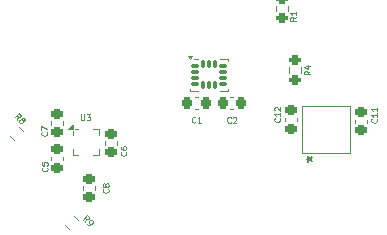
<source format=gto>
G04 #@! TF.GenerationSoftware,KiCad,Pcbnew,8.0.1*
G04 #@! TF.CreationDate,2025-02-17T15:23:15+05:00*
G04 #@! TF.ProjectId,Sensors,53656e73-6f72-4732-9e6b-696361645f70,rev?*
G04 #@! TF.SameCoordinates,Original*
G04 #@! TF.FileFunction,Legend,Top*
G04 #@! TF.FilePolarity,Positive*
%FSLAX46Y46*%
G04 Gerber Fmt 4.6, Leading zero omitted, Abs format (unit mm)*
G04 Created by KiCad (PCBNEW 8.0.1) date 2025-02-17 15:23:15*
%MOMM*%
%LPD*%
G01*
G04 APERTURE LIST*
G04 Aperture macros list*
%AMRoundRect*
0 Rectangle with rounded corners*
0 $1 Rounding radius*
0 $2 $3 $4 $5 $6 $7 $8 $9 X,Y pos of 4 corners*
0 Add a 4 corners polygon primitive as box body*
4,1,4,$2,$3,$4,$5,$6,$7,$8,$9,$2,$3,0*
0 Add four circle primitives for the rounded corners*
1,1,$1+$1,$2,$3*
1,1,$1+$1,$4,$5*
1,1,$1+$1,$6,$7*
1,1,$1+$1,$8,$9*
0 Add four rect primitives between the rounded corners*
20,1,$1+$1,$2,$3,$4,$5,0*
20,1,$1+$1,$4,$5,$6,$7,0*
20,1,$1+$1,$6,$7,$8,$9,0*
20,1,$1+$1,$8,$9,$2,$3,0*%
G04 Aperture macros list end*
%ADD10C,0.125000*%
%ADD11C,0.150000*%
%ADD12C,0.120000*%
%ADD13C,0.100000*%
%ADD14RoundRect,0.225000X0.250000X-0.225000X0.250000X0.225000X-0.250000X0.225000X-0.250000X-0.225000X0*%
%ADD15RoundRect,0.200000X-0.335876X-0.053033X-0.053033X-0.335876X0.335876X0.053033X0.053033X0.335876X0*%
%ADD16RoundRect,0.225000X0.225000X0.250000X-0.225000X0.250000X-0.225000X-0.250000X0.225000X-0.250000X0*%
%ADD17RoundRect,0.200000X0.335876X0.053033X0.053033X0.335876X-0.335876X-0.053033X-0.053033X-0.335876X0*%
%ADD18R,0.375000X0.350000*%
%ADD19R,0.350000X0.375000*%
%ADD20RoundRect,0.200000X-0.275000X0.200000X-0.275000X-0.200000X0.275000X-0.200000X0.275000X0.200000X0*%
%ADD21R,0.838200X0.609600*%
%ADD22R,0.609600X0.838200*%
%ADD23R,1.066800X1.066800*%
%ADD24C,1.000000*%
%ADD25RoundRect,0.087500X-0.225000X-0.087500X0.225000X-0.087500X0.225000X0.087500X-0.225000X0.087500X0*%
%ADD26RoundRect,0.087500X-0.087500X-0.225000X0.087500X-0.225000X0.087500X0.225000X-0.087500X0.225000X0*%
%ADD27RoundRect,0.225000X-0.250000X0.225000X-0.250000X-0.225000X0.250000X-0.225000X0.250000X0.225000X0*%
%ADD28C,2.200000*%
%ADD29RoundRect,0.200000X0.275000X-0.200000X0.275000X0.200000X-0.275000X0.200000X-0.275000X-0.200000X0*%
G04 APERTURE END LIST*
D10*
X187302190Y-110896428D02*
X187326000Y-110920237D01*
X187326000Y-110920237D02*
X187349809Y-110991666D01*
X187349809Y-110991666D02*
X187349809Y-111039285D01*
X187349809Y-111039285D02*
X187326000Y-111110713D01*
X187326000Y-111110713D02*
X187278380Y-111158332D01*
X187278380Y-111158332D02*
X187230761Y-111182142D01*
X187230761Y-111182142D02*
X187135523Y-111205951D01*
X187135523Y-111205951D02*
X187064095Y-111205951D01*
X187064095Y-111205951D02*
X186968857Y-111182142D01*
X186968857Y-111182142D02*
X186921238Y-111158332D01*
X186921238Y-111158332D02*
X186873619Y-111110713D01*
X186873619Y-111110713D02*
X186849809Y-111039285D01*
X186849809Y-111039285D02*
X186849809Y-110991666D01*
X186849809Y-110991666D02*
X186873619Y-110920237D01*
X186873619Y-110920237D02*
X186897428Y-110896428D01*
X187349809Y-110420237D02*
X187349809Y-110705951D01*
X187349809Y-110563094D02*
X186849809Y-110563094D01*
X186849809Y-110563094D02*
X186921238Y-110610713D01*
X186921238Y-110610713D02*
X186968857Y-110658332D01*
X186968857Y-110658332D02*
X186992666Y-110705951D01*
X187349809Y-109944047D02*
X187349809Y-110229761D01*
X187349809Y-110086904D02*
X186849809Y-110086904D01*
X186849809Y-110086904D02*
X186921238Y-110134523D01*
X186921238Y-110134523D02*
X186968857Y-110182142D01*
X186968857Y-110182142D02*
X186992666Y-110229761D01*
X156857110Y-110950038D02*
X156907617Y-110663829D01*
X156655079Y-110748008D02*
X157008633Y-110394455D01*
X157008633Y-110394455D02*
X157143320Y-110529142D01*
X157143320Y-110529142D02*
X157160156Y-110579649D01*
X157160156Y-110579649D02*
X157160156Y-110613321D01*
X157160156Y-110613321D02*
X157143320Y-110663829D01*
X157143320Y-110663829D02*
X157092812Y-110714336D01*
X157092812Y-110714336D02*
X157042304Y-110731172D01*
X157042304Y-110731172D02*
X157008633Y-110731172D01*
X157008633Y-110731172D02*
X156958125Y-110714336D01*
X156958125Y-110714336D02*
X156823438Y-110579649D01*
X157261171Y-110950038D02*
X157244335Y-110899531D01*
X157244335Y-110899531D02*
X157244335Y-110865859D01*
X157244335Y-110865859D02*
X157261171Y-110815351D01*
X157261171Y-110815351D02*
X157278007Y-110798516D01*
X157278007Y-110798516D02*
X157328514Y-110781680D01*
X157328514Y-110781680D02*
X157362186Y-110781680D01*
X157362186Y-110781680D02*
X157412694Y-110798516D01*
X157412694Y-110798516D02*
X157480037Y-110865859D01*
X157480037Y-110865859D02*
X157496873Y-110916367D01*
X157496873Y-110916367D02*
X157496873Y-110950038D01*
X157496873Y-110950038D02*
X157480037Y-111000546D01*
X157480037Y-111000546D02*
X157463201Y-111017382D01*
X157463201Y-111017382D02*
X157412694Y-111034218D01*
X157412694Y-111034218D02*
X157379022Y-111034218D01*
X157379022Y-111034218D02*
X157328514Y-111017382D01*
X157328514Y-111017382D02*
X157261171Y-110950038D01*
X157261171Y-110950038D02*
X157210663Y-110933203D01*
X157210663Y-110933203D02*
X157176991Y-110933203D01*
X157176991Y-110933203D02*
X157126484Y-110950038D01*
X157126484Y-110950038D02*
X157059140Y-111017382D01*
X157059140Y-111017382D02*
X157042304Y-111067890D01*
X157042304Y-111067890D02*
X157042304Y-111101561D01*
X157042304Y-111101561D02*
X157059140Y-111152069D01*
X157059140Y-111152069D02*
X157126484Y-111219412D01*
X157126484Y-111219412D02*
X157176991Y-111236248D01*
X157176991Y-111236248D02*
X157210663Y-111236248D01*
X157210663Y-111236248D02*
X157261171Y-111219412D01*
X157261171Y-111219412D02*
X157328514Y-111152069D01*
X157328514Y-111152069D02*
X157345350Y-111101561D01*
X157345350Y-111101561D02*
X157345350Y-111067890D01*
X157345350Y-111067890D02*
X157328514Y-111017382D01*
X171966666Y-111157190D02*
X171942857Y-111181000D01*
X171942857Y-111181000D02*
X171871428Y-111204809D01*
X171871428Y-111204809D02*
X171823809Y-111204809D01*
X171823809Y-111204809D02*
X171752381Y-111181000D01*
X171752381Y-111181000D02*
X171704762Y-111133380D01*
X171704762Y-111133380D02*
X171680952Y-111085761D01*
X171680952Y-111085761D02*
X171657143Y-110990523D01*
X171657143Y-110990523D02*
X171657143Y-110919095D01*
X171657143Y-110919095D02*
X171680952Y-110823857D01*
X171680952Y-110823857D02*
X171704762Y-110776238D01*
X171704762Y-110776238D02*
X171752381Y-110728619D01*
X171752381Y-110728619D02*
X171823809Y-110704809D01*
X171823809Y-110704809D02*
X171871428Y-110704809D01*
X171871428Y-110704809D02*
X171942857Y-110728619D01*
X171942857Y-110728619D02*
X171966666Y-110752428D01*
X172442857Y-111204809D02*
X172157143Y-111204809D01*
X172300000Y-111204809D02*
X172300000Y-110704809D01*
X172300000Y-110704809D02*
X172252381Y-110776238D01*
X172252381Y-110776238D02*
X172204762Y-110823857D01*
X172204762Y-110823857D02*
X172157143Y-110847666D01*
X179102190Y-110846428D02*
X179126000Y-110870237D01*
X179126000Y-110870237D02*
X179149809Y-110941666D01*
X179149809Y-110941666D02*
X179149809Y-110989285D01*
X179149809Y-110989285D02*
X179126000Y-111060713D01*
X179126000Y-111060713D02*
X179078380Y-111108332D01*
X179078380Y-111108332D02*
X179030761Y-111132142D01*
X179030761Y-111132142D02*
X178935523Y-111155951D01*
X178935523Y-111155951D02*
X178864095Y-111155951D01*
X178864095Y-111155951D02*
X178768857Y-111132142D01*
X178768857Y-111132142D02*
X178721238Y-111108332D01*
X178721238Y-111108332D02*
X178673619Y-111060713D01*
X178673619Y-111060713D02*
X178649809Y-110989285D01*
X178649809Y-110989285D02*
X178649809Y-110941666D01*
X178649809Y-110941666D02*
X178673619Y-110870237D01*
X178673619Y-110870237D02*
X178697428Y-110846428D01*
X179149809Y-110370237D02*
X179149809Y-110655951D01*
X179149809Y-110513094D02*
X178649809Y-110513094D01*
X178649809Y-110513094D02*
X178721238Y-110560713D01*
X178721238Y-110560713D02*
X178768857Y-110608332D01*
X178768857Y-110608332D02*
X178792666Y-110655951D01*
X178697428Y-110179761D02*
X178673619Y-110155952D01*
X178673619Y-110155952D02*
X178649809Y-110108333D01*
X178649809Y-110108333D02*
X178649809Y-109989285D01*
X178649809Y-109989285D02*
X178673619Y-109941666D01*
X178673619Y-109941666D02*
X178697428Y-109917857D01*
X178697428Y-109917857D02*
X178745047Y-109894047D01*
X178745047Y-109894047D02*
X178792666Y-109894047D01*
X178792666Y-109894047D02*
X178864095Y-109917857D01*
X178864095Y-109917857D02*
X179149809Y-110203571D01*
X179149809Y-110203571D02*
X179149809Y-109894047D01*
X162632110Y-119625038D02*
X162682617Y-119338829D01*
X162430079Y-119423008D02*
X162783633Y-119069455D01*
X162783633Y-119069455D02*
X162918320Y-119204142D01*
X162918320Y-119204142D02*
X162935156Y-119254649D01*
X162935156Y-119254649D02*
X162935156Y-119288321D01*
X162935156Y-119288321D02*
X162918320Y-119338829D01*
X162918320Y-119338829D02*
X162867812Y-119389336D01*
X162867812Y-119389336D02*
X162817304Y-119406172D01*
X162817304Y-119406172D02*
X162783633Y-119406172D01*
X162783633Y-119406172D02*
X162733125Y-119389336D01*
X162733125Y-119389336D02*
X162598438Y-119254649D01*
X162800469Y-119793397D02*
X162867812Y-119860741D01*
X162867812Y-119860741D02*
X162918320Y-119877577D01*
X162918320Y-119877577D02*
X162951991Y-119877577D01*
X162951991Y-119877577D02*
X163036171Y-119860741D01*
X163036171Y-119860741D02*
X163120350Y-119810233D01*
X163120350Y-119810233D02*
X163255037Y-119675546D01*
X163255037Y-119675546D02*
X163271873Y-119625038D01*
X163271873Y-119625038D02*
X163271873Y-119591367D01*
X163271873Y-119591367D02*
X163255037Y-119540859D01*
X163255037Y-119540859D02*
X163187694Y-119473516D01*
X163187694Y-119473516D02*
X163137186Y-119456680D01*
X163137186Y-119456680D02*
X163103514Y-119456680D01*
X163103514Y-119456680D02*
X163053007Y-119473516D01*
X163053007Y-119473516D02*
X162968827Y-119557695D01*
X162968827Y-119557695D02*
X162951991Y-119608203D01*
X162951991Y-119608203D02*
X162951991Y-119641874D01*
X162951991Y-119641874D02*
X162968827Y-119692382D01*
X162968827Y-119692382D02*
X163036171Y-119759725D01*
X163036171Y-119759725D02*
X163086678Y-119776561D01*
X163086678Y-119776561D02*
X163120350Y-119776561D01*
X163120350Y-119776561D02*
X163170858Y-119759725D01*
X174966666Y-111182190D02*
X174942857Y-111206000D01*
X174942857Y-111206000D02*
X174871428Y-111229809D01*
X174871428Y-111229809D02*
X174823809Y-111229809D01*
X174823809Y-111229809D02*
X174752381Y-111206000D01*
X174752381Y-111206000D02*
X174704762Y-111158380D01*
X174704762Y-111158380D02*
X174680952Y-111110761D01*
X174680952Y-111110761D02*
X174657143Y-111015523D01*
X174657143Y-111015523D02*
X174657143Y-110944095D01*
X174657143Y-110944095D02*
X174680952Y-110848857D01*
X174680952Y-110848857D02*
X174704762Y-110801238D01*
X174704762Y-110801238D02*
X174752381Y-110753619D01*
X174752381Y-110753619D02*
X174823809Y-110729809D01*
X174823809Y-110729809D02*
X174871428Y-110729809D01*
X174871428Y-110729809D02*
X174942857Y-110753619D01*
X174942857Y-110753619D02*
X174966666Y-110777428D01*
X175157143Y-110777428D02*
X175180952Y-110753619D01*
X175180952Y-110753619D02*
X175228571Y-110729809D01*
X175228571Y-110729809D02*
X175347619Y-110729809D01*
X175347619Y-110729809D02*
X175395238Y-110753619D01*
X175395238Y-110753619D02*
X175419047Y-110777428D01*
X175419047Y-110777428D02*
X175442857Y-110825047D01*
X175442857Y-110825047D02*
X175442857Y-110872666D01*
X175442857Y-110872666D02*
X175419047Y-110944095D01*
X175419047Y-110944095D02*
X175133333Y-111229809D01*
X175133333Y-111229809D02*
X175442857Y-111229809D01*
X162281547Y-110499808D02*
X162281547Y-110904570D01*
X162281547Y-110904570D02*
X162305357Y-110952189D01*
X162305357Y-110952189D02*
X162329166Y-110975999D01*
X162329166Y-110975999D02*
X162376785Y-110999808D01*
X162376785Y-110999808D02*
X162472023Y-110999808D01*
X162472023Y-110999808D02*
X162519642Y-110975999D01*
X162519642Y-110975999D02*
X162543452Y-110952189D01*
X162543452Y-110952189D02*
X162567261Y-110904570D01*
X162567261Y-110904570D02*
X162567261Y-110499808D01*
X162757738Y-110499808D02*
X163067262Y-110499808D01*
X163067262Y-110499808D02*
X162900595Y-110690284D01*
X162900595Y-110690284D02*
X162972024Y-110690284D01*
X162972024Y-110690284D02*
X163019643Y-110714094D01*
X163019643Y-110714094D02*
X163043452Y-110737903D01*
X163043452Y-110737903D02*
X163067262Y-110785522D01*
X163067262Y-110785522D02*
X163067262Y-110904570D01*
X163067262Y-110904570D02*
X163043452Y-110952189D01*
X163043452Y-110952189D02*
X163019643Y-110975999D01*
X163019643Y-110975999D02*
X162972024Y-110999808D01*
X162972024Y-110999808D02*
X162829167Y-110999808D01*
X162829167Y-110999808D02*
X162781548Y-110975999D01*
X162781548Y-110975999D02*
X162757738Y-110952189D01*
X180499809Y-102283333D02*
X180261714Y-102449999D01*
X180499809Y-102569047D02*
X179999809Y-102569047D01*
X179999809Y-102569047D02*
X179999809Y-102378571D01*
X179999809Y-102378571D02*
X180023619Y-102330952D01*
X180023619Y-102330952D02*
X180047428Y-102307142D01*
X180047428Y-102307142D02*
X180095047Y-102283333D01*
X180095047Y-102283333D02*
X180166476Y-102283333D01*
X180166476Y-102283333D02*
X180214095Y-102307142D01*
X180214095Y-102307142D02*
X180237904Y-102330952D01*
X180237904Y-102330952D02*
X180261714Y-102378571D01*
X180261714Y-102378571D02*
X180261714Y-102569047D01*
X180499809Y-101807142D02*
X180499809Y-102092856D01*
X180499809Y-101949999D02*
X179999809Y-101949999D01*
X179999809Y-101949999D02*
X180071238Y-101997618D01*
X180071238Y-101997618D02*
X180118857Y-102045237D01*
X180118857Y-102045237D02*
X180142666Y-102092856D01*
D11*
X181379819Y-114274998D02*
X181617914Y-114274998D01*
X181522676Y-114513093D02*
X181617914Y-114274998D01*
X181617914Y-114274998D02*
X181522676Y-114036903D01*
X181808390Y-114417855D02*
X181617914Y-114274998D01*
X181617914Y-114274998D02*
X181808390Y-114132141D01*
D10*
X159402190Y-115033333D02*
X159426000Y-115057142D01*
X159426000Y-115057142D02*
X159449809Y-115128571D01*
X159449809Y-115128571D02*
X159449809Y-115176190D01*
X159449809Y-115176190D02*
X159426000Y-115247618D01*
X159426000Y-115247618D02*
X159378380Y-115295237D01*
X159378380Y-115295237D02*
X159330761Y-115319047D01*
X159330761Y-115319047D02*
X159235523Y-115342856D01*
X159235523Y-115342856D02*
X159164095Y-115342856D01*
X159164095Y-115342856D02*
X159068857Y-115319047D01*
X159068857Y-115319047D02*
X159021238Y-115295237D01*
X159021238Y-115295237D02*
X158973619Y-115247618D01*
X158973619Y-115247618D02*
X158949809Y-115176190D01*
X158949809Y-115176190D02*
X158949809Y-115128571D01*
X158949809Y-115128571D02*
X158973619Y-115057142D01*
X158973619Y-115057142D02*
X158997428Y-115033333D01*
X158949809Y-114580952D02*
X158949809Y-114819047D01*
X158949809Y-114819047D02*
X159187904Y-114842856D01*
X159187904Y-114842856D02*
X159164095Y-114819047D01*
X159164095Y-114819047D02*
X159140285Y-114771428D01*
X159140285Y-114771428D02*
X159140285Y-114652380D01*
X159140285Y-114652380D02*
X159164095Y-114604761D01*
X159164095Y-114604761D02*
X159187904Y-114580952D01*
X159187904Y-114580952D02*
X159235523Y-114557142D01*
X159235523Y-114557142D02*
X159354571Y-114557142D01*
X159354571Y-114557142D02*
X159402190Y-114580952D01*
X159402190Y-114580952D02*
X159426000Y-114604761D01*
X159426000Y-114604761D02*
X159449809Y-114652380D01*
X159449809Y-114652380D02*
X159449809Y-114771428D01*
X159449809Y-114771428D02*
X159426000Y-114819047D01*
X159426000Y-114819047D02*
X159402190Y-114842856D01*
X166077190Y-113683333D02*
X166101000Y-113707142D01*
X166101000Y-113707142D02*
X166124809Y-113778571D01*
X166124809Y-113778571D02*
X166124809Y-113826190D01*
X166124809Y-113826190D02*
X166101000Y-113897618D01*
X166101000Y-113897618D02*
X166053380Y-113945237D01*
X166053380Y-113945237D02*
X166005761Y-113969047D01*
X166005761Y-113969047D02*
X165910523Y-113992856D01*
X165910523Y-113992856D02*
X165839095Y-113992856D01*
X165839095Y-113992856D02*
X165743857Y-113969047D01*
X165743857Y-113969047D02*
X165696238Y-113945237D01*
X165696238Y-113945237D02*
X165648619Y-113897618D01*
X165648619Y-113897618D02*
X165624809Y-113826190D01*
X165624809Y-113826190D02*
X165624809Y-113778571D01*
X165624809Y-113778571D02*
X165648619Y-113707142D01*
X165648619Y-113707142D02*
X165672428Y-113683333D01*
X165624809Y-113254761D02*
X165624809Y-113349999D01*
X165624809Y-113349999D02*
X165648619Y-113397618D01*
X165648619Y-113397618D02*
X165672428Y-113421428D01*
X165672428Y-113421428D02*
X165743857Y-113469047D01*
X165743857Y-113469047D02*
X165839095Y-113492856D01*
X165839095Y-113492856D02*
X166029571Y-113492856D01*
X166029571Y-113492856D02*
X166077190Y-113469047D01*
X166077190Y-113469047D02*
X166101000Y-113445237D01*
X166101000Y-113445237D02*
X166124809Y-113397618D01*
X166124809Y-113397618D02*
X166124809Y-113302380D01*
X166124809Y-113302380D02*
X166101000Y-113254761D01*
X166101000Y-113254761D02*
X166077190Y-113230952D01*
X166077190Y-113230952D02*
X166029571Y-113207142D01*
X166029571Y-113207142D02*
X165910523Y-113207142D01*
X165910523Y-113207142D02*
X165862904Y-113230952D01*
X165862904Y-113230952D02*
X165839095Y-113254761D01*
X165839095Y-113254761D02*
X165815285Y-113302380D01*
X165815285Y-113302380D02*
X165815285Y-113397618D01*
X165815285Y-113397618D02*
X165839095Y-113445237D01*
X165839095Y-113445237D02*
X165862904Y-113469047D01*
X165862904Y-113469047D02*
X165910523Y-113492856D01*
X181699809Y-106833333D02*
X181461714Y-106999999D01*
X181699809Y-107119047D02*
X181199809Y-107119047D01*
X181199809Y-107119047D02*
X181199809Y-106928571D01*
X181199809Y-106928571D02*
X181223619Y-106880952D01*
X181223619Y-106880952D02*
X181247428Y-106857142D01*
X181247428Y-106857142D02*
X181295047Y-106833333D01*
X181295047Y-106833333D02*
X181366476Y-106833333D01*
X181366476Y-106833333D02*
X181414095Y-106857142D01*
X181414095Y-106857142D02*
X181437904Y-106880952D01*
X181437904Y-106880952D02*
X181461714Y-106928571D01*
X181461714Y-106928571D02*
X181461714Y-107119047D01*
X181366476Y-106404761D02*
X181699809Y-106404761D01*
X181176000Y-106523809D02*
X181533142Y-106642856D01*
X181533142Y-106642856D02*
X181533142Y-106333333D01*
X159377190Y-112008333D02*
X159401000Y-112032142D01*
X159401000Y-112032142D02*
X159424809Y-112103571D01*
X159424809Y-112103571D02*
X159424809Y-112151190D01*
X159424809Y-112151190D02*
X159401000Y-112222618D01*
X159401000Y-112222618D02*
X159353380Y-112270237D01*
X159353380Y-112270237D02*
X159305761Y-112294047D01*
X159305761Y-112294047D02*
X159210523Y-112317856D01*
X159210523Y-112317856D02*
X159139095Y-112317856D01*
X159139095Y-112317856D02*
X159043857Y-112294047D01*
X159043857Y-112294047D02*
X158996238Y-112270237D01*
X158996238Y-112270237D02*
X158948619Y-112222618D01*
X158948619Y-112222618D02*
X158924809Y-112151190D01*
X158924809Y-112151190D02*
X158924809Y-112103571D01*
X158924809Y-112103571D02*
X158948619Y-112032142D01*
X158948619Y-112032142D02*
X158972428Y-112008333D01*
X158924809Y-111841666D02*
X158924809Y-111508333D01*
X158924809Y-111508333D02*
X159424809Y-111722618D01*
X164582190Y-116833333D02*
X164606000Y-116857142D01*
X164606000Y-116857142D02*
X164629809Y-116928571D01*
X164629809Y-116928571D02*
X164629809Y-116976190D01*
X164629809Y-116976190D02*
X164606000Y-117047618D01*
X164606000Y-117047618D02*
X164558380Y-117095237D01*
X164558380Y-117095237D02*
X164510761Y-117119047D01*
X164510761Y-117119047D02*
X164415523Y-117142856D01*
X164415523Y-117142856D02*
X164344095Y-117142856D01*
X164344095Y-117142856D02*
X164248857Y-117119047D01*
X164248857Y-117119047D02*
X164201238Y-117095237D01*
X164201238Y-117095237D02*
X164153619Y-117047618D01*
X164153619Y-117047618D02*
X164129809Y-116976190D01*
X164129809Y-116976190D02*
X164129809Y-116928571D01*
X164129809Y-116928571D02*
X164153619Y-116857142D01*
X164153619Y-116857142D02*
X164177428Y-116833333D01*
X164344095Y-116547618D02*
X164320285Y-116595237D01*
X164320285Y-116595237D02*
X164296476Y-116619047D01*
X164296476Y-116619047D02*
X164248857Y-116642856D01*
X164248857Y-116642856D02*
X164225047Y-116642856D01*
X164225047Y-116642856D02*
X164177428Y-116619047D01*
X164177428Y-116619047D02*
X164153619Y-116595237D01*
X164153619Y-116595237D02*
X164129809Y-116547618D01*
X164129809Y-116547618D02*
X164129809Y-116452380D01*
X164129809Y-116452380D02*
X164153619Y-116404761D01*
X164153619Y-116404761D02*
X164177428Y-116380952D01*
X164177428Y-116380952D02*
X164225047Y-116357142D01*
X164225047Y-116357142D02*
X164248857Y-116357142D01*
X164248857Y-116357142D02*
X164296476Y-116380952D01*
X164296476Y-116380952D02*
X164320285Y-116404761D01*
X164320285Y-116404761D02*
X164344095Y-116452380D01*
X164344095Y-116452380D02*
X164344095Y-116547618D01*
X164344095Y-116547618D02*
X164367904Y-116595237D01*
X164367904Y-116595237D02*
X164391714Y-116619047D01*
X164391714Y-116619047D02*
X164439333Y-116642856D01*
X164439333Y-116642856D02*
X164534571Y-116642856D01*
X164534571Y-116642856D02*
X164582190Y-116619047D01*
X164582190Y-116619047D02*
X164606000Y-116595237D01*
X164606000Y-116595237D02*
X164629809Y-116547618D01*
X164629809Y-116547618D02*
X164629809Y-116452380D01*
X164629809Y-116452380D02*
X164606000Y-116404761D01*
X164606000Y-116404761D02*
X164582190Y-116380952D01*
X164582190Y-116380952D02*
X164534571Y-116357142D01*
X164534571Y-116357142D02*
X164439333Y-116357142D01*
X164439333Y-116357142D02*
X164391714Y-116380952D01*
X164391714Y-116380952D02*
X164367904Y-116404761D01*
X164367904Y-116404761D02*
X164344095Y-116452380D01*
D12*
X185465000Y-111240581D02*
X185465000Y-110959419D01*
X186485000Y-111240581D02*
X186485000Y-110959419D01*
X156262770Y-112351697D02*
X156598303Y-112687230D01*
X157001697Y-111612770D02*
X157337230Y-111948303D01*
X172190581Y-109040000D02*
X171909419Y-109040000D01*
X172190581Y-110060000D02*
X171909419Y-110060000D01*
X179565000Y-111090581D02*
X179565000Y-110809419D01*
X180585000Y-111090581D02*
X180585000Y-110809419D01*
X161273303Y-120187230D02*
X160937770Y-119851697D01*
X162012230Y-119448303D02*
X161676697Y-119112770D01*
X175190581Y-109065000D02*
X174909419Y-109065000D01*
X175190581Y-110085000D02*
X174909419Y-110085000D01*
X161562500Y-111750000D02*
X161562500Y-111750000D01*
X161562500Y-112249999D02*
X161562500Y-111949999D01*
X161562500Y-113450001D02*
X161562500Y-113450001D01*
X161562500Y-113950000D02*
X161562500Y-113450001D01*
X162062499Y-111750000D02*
X161762499Y-111750000D01*
X162062499Y-113950000D02*
X161562500Y-113950000D01*
X163262501Y-111750000D02*
X163762500Y-111750000D01*
X163262501Y-113950000D02*
X163262501Y-113950000D01*
X163762500Y-111750000D02*
X163762500Y-112249999D01*
X163762500Y-112249999D02*
X163762500Y-112249999D01*
X163762500Y-113450001D02*
X163762500Y-113950000D01*
X163762500Y-113950000D02*
X163262501Y-113950000D01*
X161562500Y-111750000D02*
X161202501Y-111750000D01*
X161562500Y-111390001D01*
X161562500Y-111750000D01*
G36*
X161562500Y-111750000D02*
G01*
X161202501Y-111750000D01*
X161562500Y-111390001D01*
X161562500Y-111750000D01*
G37*
X178752500Y-101312742D02*
X178752500Y-101787258D01*
X179797500Y-101312742D02*
X179797500Y-101787258D01*
D13*
X185025000Y-113775000D02*
X181025000Y-113775000D01*
X181025000Y-109775000D01*
X185025000Y-109775000D01*
X185025000Y-113775000D01*
D12*
X159765000Y-114390581D02*
X159765000Y-114109419D01*
X160785000Y-114390581D02*
X160785000Y-114109419D01*
X171515000Y-108510000D02*
X171515000Y-108335000D01*
X172190000Y-105790000D02*
X171815000Y-105790000D01*
X172190000Y-108510000D02*
X171515000Y-108510000D01*
X174060000Y-105790000D02*
X174735000Y-105790000D01*
X174060000Y-108510000D02*
X174735000Y-108510000D01*
X174735000Y-105790000D02*
X174735000Y-105965000D01*
X174735000Y-108510000D02*
X174735000Y-108335000D01*
X171515000Y-105790000D02*
X171375000Y-105600000D01*
X171655000Y-105600000D01*
X171515000Y-105790000D01*
G36*
X171515000Y-105790000D02*
G01*
X171375000Y-105600000D01*
X171655000Y-105600000D01*
X171515000Y-105790000D01*
G37*
X164340000Y-112784419D02*
X164340000Y-113065581D01*
X165360000Y-112784419D02*
X165360000Y-113065581D01*
X179852500Y-106987258D02*
X179852500Y-106512742D01*
X180897500Y-106987258D02*
X180897500Y-106512742D01*
X159740000Y-111109419D02*
X159740000Y-111390581D01*
X160760000Y-111109419D02*
X160760000Y-111390581D01*
X162465000Y-116609419D02*
X162465000Y-116890581D01*
X163485000Y-116609419D02*
X163485000Y-116890581D01*
%LPC*%
D14*
X185975000Y-111875000D03*
X185975000Y-110325000D03*
D15*
X156216637Y-111566637D03*
X157383363Y-112733363D03*
D16*
X172825000Y-109550000D03*
X171275000Y-109550000D03*
D14*
X180075000Y-111725000D03*
X180075000Y-110175000D03*
D17*
X162058363Y-120233363D03*
X160891637Y-119066637D03*
D16*
X175825000Y-109575000D03*
X174275000Y-109575000D03*
D18*
X161900000Y-112100000D03*
X161900000Y-112600000D03*
X161900000Y-113100000D03*
X161900000Y-113600000D03*
D19*
X162412500Y-113612500D03*
X162912500Y-113612500D03*
D18*
X163425000Y-113600000D03*
X163425000Y-113100000D03*
X163425000Y-112600000D03*
X163425000Y-112100000D03*
D19*
X162912500Y-112087500D03*
X162412500Y-112087500D03*
D20*
X179275000Y-100725000D03*
X179275000Y-102375000D03*
D21*
X181925000Y-112994200D03*
X183025000Y-112994201D03*
X184125000Y-112994200D03*
D22*
X184244201Y-111775000D03*
D21*
X184125000Y-110555800D03*
X183025000Y-110555799D03*
X181925000Y-110555800D03*
D22*
X181805799Y-111775000D03*
D23*
X183025000Y-111775000D03*
D14*
X160275000Y-115025000D03*
X160275000Y-113475000D03*
D24*
X195625000Y-129650000D03*
D25*
X171962500Y-106400000D03*
X171962500Y-106900000D03*
X171962500Y-107400000D03*
X171962500Y-107900000D03*
D26*
X172625000Y-108062500D03*
X173125000Y-108062500D03*
X173625000Y-108062500D03*
D25*
X174287500Y-107900000D03*
X174287500Y-107400000D03*
X174287500Y-106900000D03*
X174287500Y-106400000D03*
D26*
X173625000Y-106237500D03*
X173125000Y-106237500D03*
X172625000Y-106237500D03*
D24*
X150625000Y-129650000D03*
D27*
X164850000Y-112150000D03*
X164850000Y-113700000D03*
D28*
X153100000Y-87225000D03*
X193125000Y-127150000D03*
X153125000Y-127150000D03*
X193125000Y-87150000D03*
D29*
X180375000Y-107575000D03*
X180375000Y-105925000D03*
D27*
X160250000Y-110475000D03*
X160250000Y-112025000D03*
D24*
X150625000Y-84650000D03*
X195625000Y-84650000D03*
D27*
X162975000Y-115975000D03*
X162975000Y-117525000D03*
%LPD*%
M02*

</source>
